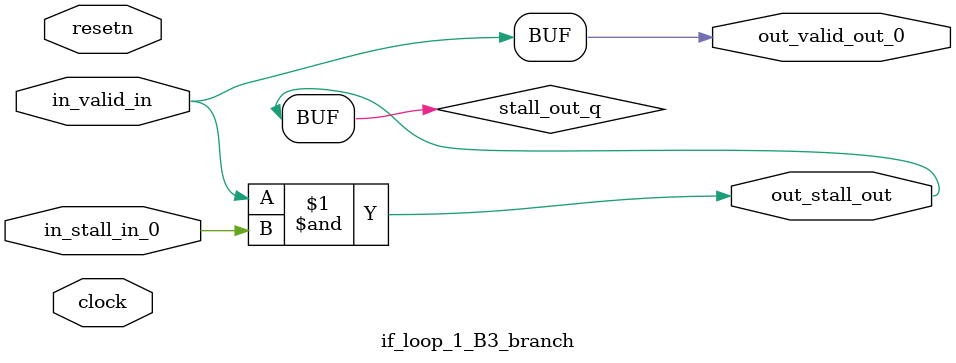
<source format=sv>



(* altera_attribute = "-name AUTO_SHIFT_REGISTER_RECOGNITION OFF; -name MESSAGE_DISABLE 10036; -name MESSAGE_DISABLE 10037; -name MESSAGE_DISABLE 14130; -name MESSAGE_DISABLE 14320; -name MESSAGE_DISABLE 15400; -name MESSAGE_DISABLE 14130; -name MESSAGE_DISABLE 10036; -name MESSAGE_DISABLE 12020; -name MESSAGE_DISABLE 12030; -name MESSAGE_DISABLE 12010; -name MESSAGE_DISABLE 12110; -name MESSAGE_DISABLE 14320; -name MESSAGE_DISABLE 13410; -name MESSAGE_DISABLE 113007; -name MESSAGE_DISABLE 10958" *)
module if_loop_1_B3_branch (
    input wire [0:0] in_stall_in_0,
    input wire [0:0] in_valid_in,
    output wire [0:0] out_stall_out,
    output wire [0:0] out_valid_out_0,
    input wire clock,
    input wire resetn
    );

    wire [0:0] stall_out_q;


    // stall_out(LOGICAL,6)
    assign stall_out_q = in_valid_in & in_stall_in_0;

    // out_stall_out(GPOUT,4)
    assign out_stall_out = stall_out_q;

    // out_valid_out_0(GPOUT,5)
    assign out_valid_out_0 = in_valid_in;

endmodule

</source>
